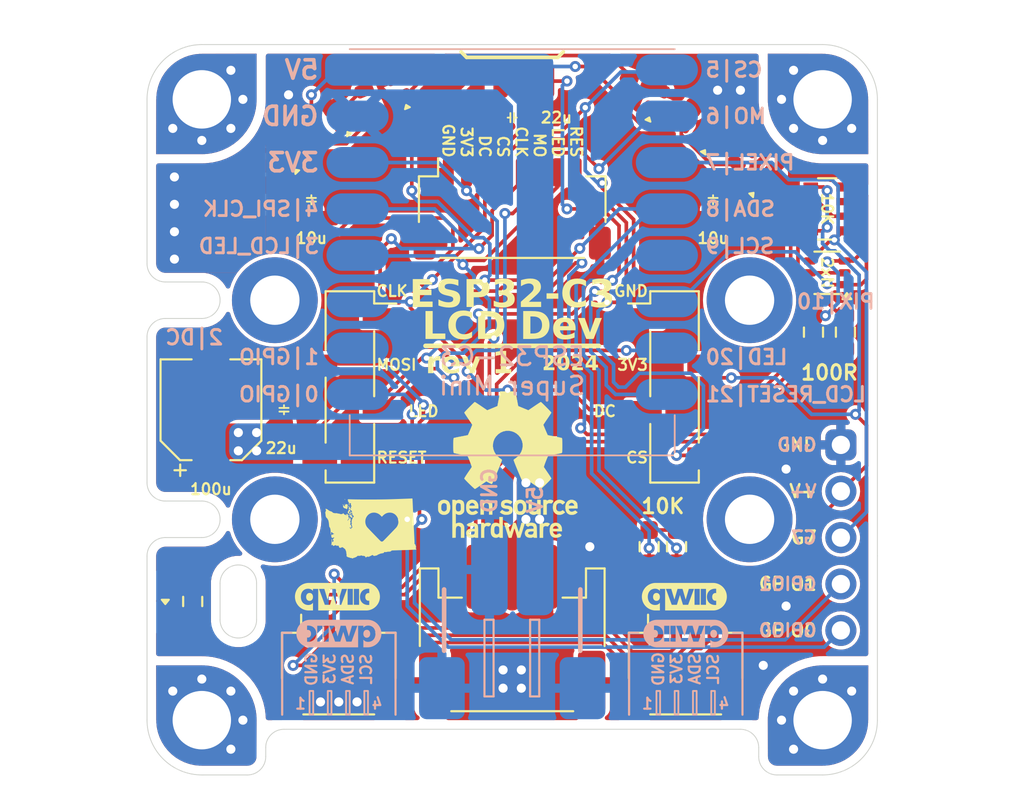
<source format=kicad_pcb>
(kicad_pcb (version 20240108) (generator "pcbnew") (generator_version "8.0")
  (layers (0 "F.Cu" signal) (31 "B.Cu" signal) (34 "B.Paste" user) (35 "F.Paste" user) (36 "B.SilkS" user "B.Silkscreen") (37 "F.SilkS" user "F.Silkscreen") (38 "B.Mask" user) (39 "F.Mask" user) (44 "Edge.Cuts" user))
  (net 0 "")
  (net 1 "GND")
  (net 2 "SDA")
  (net 3 "+3V3")
  (net 4 "SCL")
  (net 5 "NEOPIXEL_1_DATA_5V")
  (net 6 "STATUS_LED")
  (net 7 "SPI_MOSI")
  (net 8 "LCD_DC")
  (net 9 "NEOPIXEL_1_DATA_3V3")
  (net 10 "+5V")
  (net 11 "SPI_CLK")
  (net 12 "NEOPIXEL_2_DATA_3V3")
  (net 13 "NEOPIXEL_2_DATA_5V")
  (net 14 "LCD_BACKLIGHT")
  (net 15 "LCD_RESET")
  (net 16 "LCD_CS")
  (net 17 "ENC_DT")
  (net 18 "ENC_CLK")
  (net 19 "Net-(LED1-A)")
  (net 20 "Net-(LED2-DOUT)")
  (net 21 "Net-(LED3-DOUT)")
  (net 22 "Net-(LED4-DOUT)")
  (net 23 "Net-(LED5-DOUT)")
  (net 24 "Net-(LED6-DOUT)")
  (net 26 "/NP1_5V")
  (net 27 "/NP2_5V")
  (footprint "MountingHole:MountingHole_2.7mm_M2.5_DIN965_Pad" (layer "F.Cu") (at 113 64)
    (property "Reference" "REF**" (hide yes))
    (property "Value" "MountingHole_2.7mm_M2.5_DIN965_Pad")
  )
  (footprint "discrete:C_0603_1608Metric_Pad1.08x0.95mm_HandSolder" (layer "F.Cu") (at 111 58.5 -90)
    (property "Reference" "C7" (hide yes))
    (property "Value" "10u")
  )
  (footprint "discrete:LED_WS2812B-2020_PLCC4_2.0x2.0mm_HandSolder" (layer "F.Cu") (at 92.945172 52.669914 -158)
    (property "Reference" "LED4" (hide yes))
    (property "Value" "WS2812B-2020")
  )
  (footprint "connector:STEMMA-Signal-SMD-horizontal" (layer "F.Cu") (at 100 82)
    (property "Reference" "J4" (hide yes))
    (property "Value" "STEMMA-Signal")
  )
  (footprint "Connector_PinSocket_2.54mm:PinSocket_1x04_P2.54mm_Vertical_SMD_Pin1Left" (layer "F.Cu") (at 108.89 68.75)
    (property "Reference" "J8" (hide yes))
    (property "Value" "Pin headers")
  )
  (footprint "discrete:LED_WS2812B-2020_PLCC4_2.0x2.0mm_HandSolder" (layer "F.Cu") (at 107.054828 52.669914 158)
    (property "Reference" "LED5" (hide yes))
    (property "Value" "WS2812B-2020")
  )
  (footprint "mechanical:MountingHole_3.2mm_M3_Pad_Via_corner_compact" (layer "F.Cu") (at 117 53 180)
    (property "Reference" "REF**" (hide yes))
    (property "Value" "MountingHole_3.2mm_M3_Pad_Via_corner_compact" (hide yes))
  )
  (footprint "discrete:C_0603_1608Metric_Pad1.08x0.95mm_HandSolder" (layer "F.Cu") (at 100 54 180)
    (property "Reference" "C3" (hide yes))
    (property "Value" "22u")
  )
  (footprint "discrete:C_0603_1608Metric_Pad1.08x0.95mm_HandSolder" (layer "F.Cu") (at 89 58.5 -90)
    (property "Reference" "C6" (hide yes))
    (property "Value" "10u")
  )
  (footprint "Capacitor_SMD:CP_Elec_5x5.4" (layer "F.Cu") (at 83.5 70 90)
    (property "Reference" "C1" (hide yes))
    (property "Value" "100u")
  )
  (footprint "Resistor_SMD:R_Array_Convex_4x0603" (layer "F.Cu") (at 117.25 59 180)
    (property "Reference" "RN2" (hide yes))
    (property "Value" "10K")
  )
  (footprint "connector:Qwiic-SMD-horizontal-logo-bottom-pinout" (layer "F.Cu") (at 90.5 84)
    (property "Reference" "J2" (hide yes))
    (property "Value" "Qwiic")
  )
  (footprint "custom:LED_0603_1608Metric_Pad1.05x0.95mm_HandSolder_simple" (layer "F.Cu") (at 81 80.5 90)
    (property "Reference" "LED1" (hide yes))
    (property "Value" "LED_Small")
  )
  (footprint "graphics:wa-state-heart-5mm" (layer "F.Cu") (at 92.25 76.5)
    (property "Reference" "G***" (hide yes))
    (property "Value" "LOGO" (hide yes))
  )
  (footprint "discrete:LED_WS2812B-2020_PLCC4_2.0x2.0mm_HandSolder" (layer "F.Cu") (at 86.704162 56.722873 -136)
    (property "Reference" "LED2" (hide yes))
    (property "Value" "WS2812B-2020")
  )
  (footprint "discrete:LED_WS2812B-2020_PLCC4_2.0x2.0mm_HandSolder" (layer "F.Cu") (at 110.370461 54.395923 147)
    (property "Reference" "LED6" (hide yes))
    (property "Value" "WS2812B-2020")
  )
  (footprint "connector:Qwiic-SMD-horizontal-logo-bottom-pinout" (layer "F.Cu") (at 109.5 84)
    (property "Reference" "J3" (hide yes))
    (property "Value" "Qwiic")
  )
  (footprint "Resistor_SMD:R_0603_1608Metric_Pad0.98x0.95mm_HandSolder" (layer "F.Cu") (at 82.5 80.5 -90)
    (property "Reference" "R1" (hide yes))
    (property "Value" "10K")
  )
  (footprint "Resistor_SMD:R_0603_1608Metric_Pad0.98x0.95mm_HandSolder" (layer "F.Cu") (at 109 77.5 90)
    (property "Reference" "R5" (hide yes))
    (property "Value" "10K")
  )
  (footprint "MountingHole:MountingHole_2.7mm_M2.5_DIN965_Pad" (layer "F.Cu") (at 87 76)
    (property "Reference" "REF**" (hide yes))
    (property "Value" "MountingHole_2.7mm_M2.5_DIN965_Pad")
  )
  (footprint "mechanical:MountingHole_3.2mm_M3_Pad_Via_corner_NW-curve_compact" (layer "F.Cu") (at 117 87 90)
    (property "Reference" "REF**" (hide yes))
    (property "Value" "MountingHole_3.2mm_M3_Pad_Via_corner_NW-curve_compact" (hide yes))
  )
  (footprint "discrete:LED_WS2812B-2020_PLCC4_2.0x2.0mm_HandSolder" (layer "F.Cu") (at 113.295838 56.722873 136)
    (property "Reference" "LED7" (hide yes))
    (property "Value" "WS2812B-2020")
  )
  (footprint "discrete:C_0603_1608Metric_Pad1.08x0.95mm_HandSolder" (layer "F.Cu") (at 87.5 70 90)
    (property "Reference" "C2" (hide yes))
    (property "Value" "22u")
  )
  (footprint "discrete:LED_WS2812B-2020_PLCC4_2.0x2.0mm_HandSolder" (layer "F.Cu") (at 89.629539 54.395923 -147)
    (property "Reference" "LED3" (hide yes))
    (property "Value" "WS2812B-2020")
  )
  (footprint "Resistor_SMD:R_0603_1608Metric_Pad0.98x0.95mm_HandSolder" (layer "F.Cu") (at 118.25 65.75 -90)
    (property "Reference" "R3" (hide yes))
    (property "Value" "100R")
  )
  (footprint "mechanical:MountingHole_3.2mm_M3_Pad_Via_corner_compact" (layer "F.Cu") (at 83 53 -90)
    (property "Reference" "REF**" (hide yes))
    (property "Value" "MountingHole_3.2mm_M3_Pad_Via_corner_compact" (hide yes))
  )
  (footprint "Package_TO_SOT_SMD:SOT-363_SC-70-6" (layer "F.Cu") (at 117.25 62.5 180)
    (property "Reference" "Q1" (hide yes))
    (property "Value" "2N7002DW")
  )
  (footprint "Resistor_SMD:R_0603_1608Metric_Pad0.98x0.95mm_HandSolder" (layer "F.Cu") (at 107.5 77.5 90)
    (property "Reference" "R4" (hide yes))
    (property "Value" "10K")
  )
  (footprint "Connector_PinSocket_2.54mm:PinSocket_1x04_P2.54mm_Vertical_SMD_Pin1Right" (layer "F.Cu") (at 91.11 68.75)
    (property "Reference" "J7" (hide yes))
    (property "Value" "Pin headers")
  )
  (footprint "MountingHole:MountingHole_2.7mm_M2.5_DIN965_Pad" (layer "F.Cu") (at 113 76)
    (property "Reference" "REF**" (hide yes))
    (property "Value" "MountingHole_2.7mm_M2.5_DIN965_Pad")
  )
  (footprint "discrete:Sensor_VEML7700-TR" (layer "F.Cu") (at 100 52)
    (property "Reference" "U1" (hide yes))
    (property "Value" "VEML7700")
  )
  (footprint "MountingHole:MountingHole_2.7mm_M2.5_DIN965_Pad" (layer "F.Cu") (at 87 64)
    (property "Reference" "REF**" (hide yes))
    (property "Value" "MountingHole_2.7mm_M2.5_DIN965_Pad")
  )
  (footprint "Symbol:OSHW-Logo_7.5x8mm_SilkScreen" (layer "F.Cu") (at 99.75 73)
    (property "Reference" "REF**" (hide yes))
    (property "Value" "OSHW-Logo_7.5x8mm_SilkScreen" (hide yes))
  )
  (footprint "Resistor_SMD:R_0603_1608Metric_Pad0.98x0.95mm_HandSolder" (layer "F.Cu") (at 116.5 65.75 90)
    (property "Reference" "R2" (hide yes))
    (property "Value" "100R")
  )
  (footprint "mechanical:MountingHole_3.2mm_M3_Pad_Via_corner_SE-curve_compact" (layer "F.Cu") (at 83 87)
    (property "Reference" "REF**" (hide yes))
    (property "Value" "MountingHole_3.2mm_M3_Pad_Via_corner_SE-curve_compact" (hide yes))
  )
  (footprint "connector:JST_SH_SM08B-SRSS-TB_1x08-1MP_P1.00mm_Horizontal" (layer "F.Cu") (at 100 59)
    (property "Reference" "J5")
    (property "Value" "JST SH")
  )
  (footprint "module:ESP32-C3-Super-Mini-Castellated-SMD-only" (layer "B.Cu") (at 100 59 180)
    (property "Reference" "SM1" (hide yes))
    (property "Value" "~")
  )
  (footprint "custom:PinHeader_1x05_P2.54mm_Vertical_simple_pad1gnd" (layer "B.Cu") (at 118 71.925 180)
    (property "Reference" "J6" (hide yes))
    (property "Value" "Pin headers")
  )
  (footprint "custom:Conn_Combo_JST-1x02-XH_PH-SMD-pad2gnd" (layer "B.Cu") (at 100 79.5 180)
    (property "Reference" "J1" (hide yes))
    (property "Value" "JST XH/PH")
  )
  (gr_line (start 95.25 66.5) (end 104.75 66.5) (stroke (width 0.25)) (layer "F.SilkS"))
  (gr_line (start 80 74) (end 80 66) (stroke (width 0.05)) (layer "Edge.Cuts"))
  (gr_line (start 117 50) (end 83 50) (stroke (width 0.05)) (layer "Edge.Cuts"))
  (gr_line (start 120 78) (end 120 53) (stroke (width 0.05)) (layer "Edge.Cuts"))
  (gr_arc (start 81 75) (mid 80.292893 74.707107) (end 80 74) (stroke (width 0.05)) (layer "Edge.Cuts"))
  (gr_arc (start 83 75) (mid 84 76) (end 83 77) (stroke (width 0.05)) (layer "Edge.Cuts"))
  (gr_line (start 113.5 89) (end 113.5 88.5) (stroke (width 0.05)) (layer "Edge.Cuts"))
  (gr_arc (start 80 66) (mid 80.292893 65.292893) (end 81 65) (stroke (width 0.05)) (layer "Edge.Cuts"))
  (gr_line (start 112.5 87.5) (end 87.5 87.5) (stroke (width 0.05)) (layer "Edge.Cuts"))
  (gr_arc (start 86.5 89) (mid 86.207107 89.707107) (end 85.5 90) (stroke (width 0.05)) (layer "Edge.Cuts"))
  (gr_arc (start 112.5 87.5) (mid 113.207107 87.792893) (end 113.5 88.5) (stroke (width 0.05)) (layer "Edge.Cuts"))
  (gr_line (start 86.5 89) (end 86.5 88.5) (stroke (width 0.05)) (layer "Edge.Cuts"))
  (gr_arc (start 86.5 88.5) (mid 86.792893 87.792893) (end 87.5 87.5) (stroke (width 0.05)) (layer "Edge.Cuts"))
  (gr_arc (start 83 63) (mid 84 64) (end 83 65) (stroke (width 0.05)) (layer "Edge.Cuts"))
  (gr_line (start 86 79.5) (end 86 81.5) (stroke (width 0.05)) (layer "Edge.Cuts"))
  (gr_line (start 80 78) (end 80 87) (stroke (width 0.05)) (layer "Edge.Cuts"))
  (gr_arc (start 114.5 90) (mid 113.792893 89.707107) (end 113.5 89) (stroke (width 0.05)) (layer "Edge.Cuts"))
  (gr_line (start 83 63) (end 81 63) (stroke (width 0.05)) (layer "Edge.Cuts"))
  (gr_arc (start 80 78) (mid 80.292893 77.292893) (end 81 77) (stroke (width 0.05)) (layer "Edge.Cuts"))
  (gr_line (start 83 65) (end 81 65) (stroke (width 0.05)) (layer "Edge.Cuts"))
  (gr_arc (start 84 79.5) (mid 85 78.5) (end 86 79.5) (stroke (width 0.05)) (layer "Edge.Cuts"))
  (gr_arc (start 117 50) (mid 119.12132 50.87868) (end 120 53) (stroke (width 0.05)) (layer "Edge.Cuts"))
  (gr_arc (start 83 90) (mid 80.87868 89.12132) (end 80 87) (stroke (width 0.05)) (layer "Edge.Cuts"))
  (gr_arc (start 86 81.5) (mid 85 82.5) (end 84 81.5) (stroke (width 0.05)) (layer "Edge.Cuts"))
  (gr_arc (start 120 87) (mid 119.12132 89.12132) (end 117 90) (stroke (width 0.05)) (layer "Edge.Cuts"))
  (gr_arc (start 81 63) (mid 80.292893 62.707107) (end 80 62) (stroke (width 0.05)) (layer "Edge.Cuts"))
  (gr_line (start 84 81.5) (end 84 79.5) (stroke (width 0.05)) (layer "Edge.Cuts"))
  (gr_line (start 80 53) (end 80 62) (stroke (width 0.05)) (layer "Edge.Cuts"))
  (gr_arc (start 80 53) (mid 80.87868 50.87868) (end 83 50) (stroke (width 0.05)) (layer "Edge.Cuts"))
  (gr_line (start 85.5 90) (end 83 90) (stroke (width 0.05)) (layer "Edge.Cuts"))
  (gr_line (start 120 78) (end 120 87) (stroke (width 0.05)) (layer "Edge.Cuts"))
  (gr_line (start 83 77) (end 81 77) (stroke (width 0.05)) (layer "Edge.Cuts"))
  (gr_line (start 114.5 90) (end 117 90) (stroke (width 0.05)) (layer "Edge.Cuts"))
  (gr_line (start 83 75) (end 81 75) (stroke (width 0.05)) (layer "Edge.Cuts"))
  (gr_text "SDA|8" (at 110.5 59 0) (layer "B.SilkS") (effects (font (size 0.8 0.8) (thickness 0.16) (bold yes)) (justify right mirror)))
  (gr_text "3|LCD_LED" (at 89.5 61.04 0) (layer "B.SilkS") (effects (font (size 0.8 0.8) (thickness 0.16) (bold yes)) (justify left mirror)))
  (gr_text "0|GPIO" (at 89.5 69.16 0) (layer "B.SilkS") (effects (font (size 0.8 0.8) (thickness 0.16) (bold yes)) (justify left mirror)))
  (gr_text "2|DC" (at 84.25 66.04 0) (layer "B.SilkS") (effects (font (size 0.8 0.8) (thickness 0.16) (bold yes)) (justify left mirror)))
  (gr_text "GND" (at 98.75 75.75 90) (layer "B.SilkS") (effects (font (size 0.8 0.8) (thickness 0.16) (bold yes)) (justify right mirror)))
  (gr_text "LED|20" (at 110.5 67.12 0) (layer "B.SilkS") (effects (font (size 0.8 0.8) (thickness 0.16) (bold yes)) (justify right mirror)))
  (gr_text "LCD_RESET|21" (at 110.5 69.16 0) (layer "B.SilkS") (effects (font (size 0.8 0.8) (thickness 0.16) (bold yes)) (justify right mirror)))
  (gr_text "GPIO0" (at 116.75 82.085 0) (layer "B.SilkS") (effects (font (size 0.7 0.7) (thickness 0.14) (bold yes)) (justify left mirror)))
  (gr_text "3V3" (at 89.5 56.46 0) (layer "B.SilkS") (effects (font (size 1 1) (thickness 0.2) (bold yes)) (justify left mirror)))
  (gr_text "CS|5" (at 110.5 51.38 0) (layer "B.SilkS") (effects (font (size 0.8 0.8) (thickness 0.16) (bold yes)) (justify right mirror)))
  (gr_text "GND" (at 89.5 53.92 0) (layer "B.SilkS") (effects (font (size 1 1) (thickness 0.2) (bold yes)) (justify left mirror)))
  (gr_text "V+" (at 116.75 74.465 0) (layer "B.SilkS") (effects (font (size 0.7 0.7) (thickness 0.14) (bold yes)) (justify left mirror)))
  (gr_text "GND" (at 116.75 71.925 0) (layer "B.SilkS") (effects (font (size 0.7 0.7) (thickness 0.14) (bold yes)) (justify left mirror)))
  (gr_text "MO|6" (at 110.5 53.92 0) (layer "B.SilkS") (effects (font (size 0.8 0.8) (thickness 0.16) (bold yes)) (justify right mirror)))
  (gr_text "4|SPI_CLK" (at 89.5 59 0) (layer "B.SilkS") (effects (font (size 0.8 0.8) (thickness 0.16) (bold yes)) (justify left mirror)))
  (gr_text "G7" (at 116.75 77.005 0) (layer "B.SilkS") (effects (font (size 0.7 0.7) (thickness 0.14) (bold yes)) (justify left mirror)))
  (gr_text "PIX|10" (at 115.5 64.08 0) (layer "B.SilkS") (effects (font (size 0.8 0.8) (thickness 0.16) (bold yes)) (justify right mirror)))
  (gr_text "1|GPIO" (at 89.5 67.12 0) (layer "B.SilkS") (effects (font (size 0.8 0.8) (thickness 0.16) (bold yes)) (justify left mirror)))
  (gr_text "PIXEL|7" (at 110.5 56.46 0) (layer "B.SilkS") (effects (font (size 0.8 0.8) (thickness 0.16) (bold yes)) (justify right mirror)))
  (gr_text "5V" (at 101.25 75.75 90) (layer "B.SilkS") (effects (font (size 0.8 0.8) (thickness 0.16) (bold yes)) (justify right mirror)))
  (gr_text "5V" (at 89.5 51.38 0) (layer "B.SilkS") (effects (font (size 1 1) (thickness 0.2) (bold yes)) (justify left mirror)))
  (gr_text "SCL|9" (at 110.5 61.04 0) (layer "B.SilkS") (effects (font (size 0.8 0.8) (thickness 0.16) (bold yes)) (justify right mirror)))
  (gr_text "GPIO1" (at 116.75 79.545 0) (layer "B.SilkS") (effects (font (size 0.7 0.7) (thickness 0.14) (bold yes)) (justify left mirror)))
  (gr_text "GPIO0" (at 116.75 82.08 0) (layer "F.SilkS") (effects (font (size 0.7 0.7) (thickness 0.14) (bold yes)) (justify right)))
  (gr_text "10K" (at 117.25 59 -90) (layer "F.SilkS") (effects (font (size 0.6 0.6) (thickness 0.12) (bold yes))))
  (gr_text "CLK" (at 92.5 63.5 0) (layer "F.SilkS") (effects (font (size 0.6 0.6) (thickness 0.12) (bold yes)) (justify left)))
  (gr_text "10K" (at 108.25 75.75 0) (layer "F.SilkS") (effects (font (size 0.8 0.8) (thickness 0.16) (bold yes)) (justify bottom)))
  (gr_text "22u" (at 101.5 54 0) (layer "F.SilkS") (effects (font (size 0.6 0.6) (thickness 0.12) (bold yes)) (justify left)))
  (gr_text "10u" (at 111 60.25 0) (layer "F.SilkS") (effects (font (size 0.6 0.6) (thickness 0.12) (bold yes)) (justify top)))
  (gr_text "100u" (at 83.5 74 0) (layer "F.SilkS") (effects (font (size 0.6 0.6) (thickness 0.12) (bold yes)) (justify top)))
  (gr_text "CS" (at 107.5 72.62 0) (layer "F.SilkS") (effects (font (size 0.6 0.6) (thickness 0.12) (bold yes)) (justify right)))
  (gr_text "CS" (at 99.5 56.25 -90) (layer "F.SilkS") (effects (font (size 0.6 0.6) (thickness 0.12) (bold yes)) (justify right)))
  (gr_text "22u" (at 87.35 71.75 0) (layer "F.SilkS") (effects (font (size 0.6 0.6) (thickness 0.12) (bold yes)) (justify top)))
  (gr_text "CLK" (at 100.5 56.25 -90) (layer "F.SilkS") (effects (font (size 0.6 0.6) (thickness 0.12) (bold yes)) (justify right)))
  (gr_text "DC" (at 98.5 56.25 -90) (layer "F.SilkS") (effects (font (size 0.6 0.6) (thickness 0.12) (bold yes)) (justify right)))
  (gr_text "GND" (at 107.5 63.5 0) (layer "F.SilkS") (effects (font (size 0.6 0.6) (thickness 0.12) (bold yes)) (justify right)))
  (gr_text "LCD Dev" (at 100 65.5 0) (layer "F.SilkS") (effects (font (size 1.5 1.5) (thickness 0.3) (bold yes))))
  (gr_text "LED" (at 102.5 56.25 -90) (layer "F.SilkS") (effects (font (size 0.6 0.6) (thickness 0.12) (bold yes)) (justify right)))
  (gr_text "ESP32-C3" (at 100 63.75 0) (layer "F.SilkS") (effects (font (size 1.5 1.5) (thickness 0.3) (bold yes))))
  (gr_text "GPIO1" (at 116.75 79.54 0) (layer "F.SilkS") (effects (font (size 0.7 0.7) (thickness 0.14) (bold yes)) (justify right)))
  (gr_text "3V3" (at 97.5 56.25 -90) (layer "F.SilkS") (effects (font (size 0.6 0.6) (thickness 0.12) (bold yes)) (justify right)))
  (gr_text "MO" (at 101.5 56.25 -90) (layer "F.SilkS") (effects (font (size 0.6 0.6) (thickness 0.12) (bold yes)) (justify right)))
  (gr_text "V+" (at 116.75 74.46 0) (layer "F.SilkS") (effects (font (size 0.7 0.7) (thickness 0.14) (bold yes)) (justify right)))
  (gr_text "DC" (at 105.75 70.08 0) (layer "F.SilkS") (effects (font (size 0.6 0.6) (thickness 0.12) (bold yes)) (justify right)))
  (gr_text "RES" (at 103.5 56.25 -90) (layer "F.SilkS") (effects (font (size 0.6 0.6) (thickness 0.12) (bold yes)) (justify right)))
  (gr_text "rev 1" (at 95.25 67.5 -0) (layer "F.SilkS") (effects (font (size 1.2 1.2) (thickness 0.24) (bold yes)) (justify left)))
  (gr_text "GND" (at 96.5 56.25 -90) (layer "F.SilkS") (effects (font (size 0.6 0.6) (thickness 0.12) (bold yes)) (justify right)))
  (gr_text "2024" (at 104.75 67.5 -0) (layer "F.SilkS") (effects (font (size 0.8 0.8) (thickness 0.24) (bold yes)) (justify right)))
  (gr_text "LED" (at 94.25 70.08 0) (layer "F.SilkS") (effects (font (size 0.6 0.6) (thickness 0.12) (bold yes)) (justify left)))
  (gr_text "2xN" (at 117.25 62.5 -90) (layer "F.SilkS") (effects (font (size 0.6 0.6) (thickness 0.12) (bold yes))))
  (gr_text "10u" (at 89 60.25 0) (layer "F.SilkS") (effects (font (size 0.6 0.6) (thickness 0.12) (bold yes)) (justify top)))
  (gr_text "GND" (at 116.75 71.92 0) (layer "F.SilkS") (effects (font (size 0.7 0.7) (thickness 0.14) (bold yes)) (justify right)))
  (gr_text "RESET" (at 92.5 72.62 0) (layer "F.SilkS") (effects (font (size 0.6 0.6) (thickness 0.12) (bold yes)) (justify left)))
  (gr_text "3V3" (at 107.5 67.54 0) (layer "F.SilkS") (effects (font (size 0.6 0.6) (thickness 0.12) (bold yes)) (justify right)))
  (gr_text "G7" (at 116.75 77 0) (layer "F.SilkS") (effects (font (size 0.7 0.7) (thickness 0.14) (bold yes)) (justify right)))
  (gr_text "100R" (at 117.375 67.5 0) (layer "F.SilkS") (effects (font (size 0.8 0.8) (thickness 0.16) (bold yes)) (justify top)))
  (gr_text "MOSI" (at 92.5 67.54 0) (layer "F.SilkS") (effects (font (size 0.6 0.6) (thickness 0.12) (bold yes)) (justify left)))
  (segment (start 99.37 53.7675) (end 99.1375 54) (width 0.2) (layer "F.Cu") (net 1))
  (segment (start 99.37 52) (end 99.37 53.7675) (width 0.2) (layer "F.Cu") (net 1))
  (segment (start 86.900041 55.63011) (end 86.900041 56.599959) (width 0.2) (layer "F.Cu") (net 1))
  (segment (start 86.900041 56.599959) (end 86.75 56.75) (width 0.2) (layer "F.Cu") (net 1))
  (via (at 115 80.75) (size 1) (drill 0.5) (layers "F.Cu" "B.Cu") (net 1))
  (via (at 91.5 86) (size 1) (drill 0.5) (layers "F.Cu" "B.Cu") (net 1))
  (via (at 99.5 84.25) (size 1) (drill 0.5) (layers "F.Cu" "B.Cu") (net 1))
  (via (at 99.5 85.25) (size 1) (drill 0.5) (layers "F.Cu" "B.Cu") (net 1))
  (via (at 87.75 52.75) (size 1) (drill 0.5) (layers "F.Cu" "B.Cu") (net 1))
  (via (at 100.5 85.25) (size 1) (drill 0.5) (layers "F.Cu" "B.Cu") (net 1))
  (via (at 81.5 61.75) (size 1) (drill 0.5) (layers "F.Cu" "B.Cu") (net 1))
  (via (at 81.5 60.25) (size 1) (drill 0.5) (layers "F.Cu" "B.Cu") (net 1))
  (via (at 104.25 77.5) (size 1) (drill 0.5) (layers "F.Cu" "B.Cu") (net 1))
  (via (at 115 73.25) (size 1) (drill 0.5) (layers "F.Cu" "B.Cu") (net 1))
  (via (at 90.5 86) (size 1) (drill 0.5) (layers "F.Cu" "B.Cu") (net 1))
  (via (at 81.5 57.25) (size 1) (drill 0.5) (layers "F.Cu" "B.Cu") (net 1))
  (via (at 111.25 52.5) (size 1) (drill 0.5) (layers "F.Cu" "B.Cu") (net 1))
  (via (at 113.75 84) (size 1) (drill 0.5) (layers "F.Cu" "B.Cu") (net 1))
  (via (at 100.5 84.25) (size 1) (drill 0.5) (layers "F.Cu" "B.Cu") (net 1))
  (via (at 89.5 86) (size 1) (drill 0.5) (layers "F.Cu" "B.Cu") (net 1))
  (via (at 112.5 52.5) (size 1) (drill 0.5) (layers "F.Cu" "B.Cu") (net 1))
  (via (at 81.5 58.75) (size 1) (drill 0.5) (layers "F.Cu" "B.Cu") (net 1))
  (segment (start 107.5 78.4125) (end 107.5 77.575313) (width 0.2) (layer "F.Cu") (net 2))
  (segment (start 110 82.5) (end 108.85 83.65) (width 0.2) (layer "F.Cu") (net 2))
  (segment (start 93.765552 82.35) (end 92.340552 80.925) (width 0.2) (layer "F.Cu") (net 2))
  (segment (start 92.340552 80.925) (end 91.075 80.925) (width 0.2) (layer "F.Cu") (net 2))
  (segment (start 110 80.9125) (end 110 82) (width 0.2) (layer "F.Cu") (net 2))
  (segment (start 107.5 78.4125) (end 110 80.9125) (width 0.2) (layer "F.Cu") (net 2))
  (segment (start 106.250429 83.5) (end 105.100429 82.35) (width 0.2) (layer "F.Cu") (net 2))
  (segment (start 94.5 55.59) (end 98.09 52) (width 0.2) (layer "F.Cu") (net 2))
  (segment (start 107.5 77.575313) (end 107.500313 77.575) (width 0.2) (layer "F.Cu") (net 2))
  (segment (start 110 82) (end 110 82.5) (width 0.2) (layer "F.Cu") (net 2))
  (segment (start 91.075 80.925) (end 91 81) (width 0.2) (layer "F.Cu") (net 2))
  (segment (start 94.5 58) (end 94.5 55.59) (width 0.2) (layer "F.Cu") (net 2))
  (segment (start 108.85 83.65) (end 106.40043 83.65) (width 0.2) (layer "F.Cu") (net 2))
  (segment (start 91 81) (end 91 82) (width 0.2) (layer "F.Cu") (net 2))
  (segment (start 98.5 62.9) (end 101.960327 62.9) (width 0.2) (layer "F.Cu") (net 2))
  (segment (start 106.40043 83.65) (end 106.250429 83.5) (width 0.2) (layer "F.Cu") (net 2))
  (segment (start 101.960327 62.9) (end 103.7 61.160327) (width 0.2) (layer "F.Cu") (net 2))
  (segment (start 105.100429 82.35) (end 93.765552 82.35) (width 0.2) (layer "F.Cu") (net 2))
  (via (at 107.500313 77.575) (size 0.6) (drill 0.3) (layers "F.Cu" "B.Cu") (net 2))
  (via (at 103.7 61.160327) (size 0.6) (drill 0.3) (layers "F.Cu" "B.Cu") (net 2))
  (via (at 98.5 62.9) (size 0.6) (drill 0.3) (layers "F.Cu" "B.Cu") (net 2))
  (via (at 94.5 58) (size 0.6) (drill 0.3) (layers "F.Cu" "B.Cu") (net 2))
  (segment (start 103.5 67.164215) (end 103.5 63.12) (width 0.2) (layer "B.Cu") (net 2))
  (segment (start 94.5 58.25) (end 94.5 58) (width 0.2) (layer "B.Cu") (net 2))
  (segment (start 105.860327 59) (end 107.62 59) (width 0.2) (layer "B.Cu") (net 2))
  (segment (start 104.35 68.014215) (end 103.5 67.164215) (width 0.2) (layer "B.Cu") (net 2))
  (segment (start 104.35 73.490373) (end 104.35 68.014215) (width 0.2) (layer "B.Cu") (net 2))
  (segment (start 97.889951 60.574265) (end 95.915686 58.6) (width 0.2) (layer "B.Cu") (net 2))
  (segment (start 98.774265 60.925736) (end 98.422794 60.574265) (width 0.2) (layer "B.Cu") (net 2))
  (segment (start 98.5 62.9) (end 98.774265 62.625735) (width 0.2) (layer "B.Cu") (net 2))
  (segment (start 98.422794 60.574265) (end 97.889951 60.574265) (width 0.2) (layer "B.Cu") (net 2))
  (segment (start 103.7 61.160327) (end 105.860327 59) (width 0.2) (layer "B.Cu") (net 2))
  (segment (start 94.85 58.6) (end 94.5 58.25) (width 0.2) (layer "B.Cu") (net 2))
  (segment (start 107.500313 76.640686) (end 104.35 73.490373) (width 0.2) (layer "B.Cu") (net 2))
  (segment (start 107.500313 77.575) (end 107.500313 76.640686) (width 0.2) (layer "B.Cu") (net 2))
  (segment (start 95.915686 58.6) (end 94.85 58.6) (width 0.2) (layer "B.Cu") (net 2))
  (segment (start 103.5 63.12) (end 107.62 59) (width 0.2) (layer "B.Cu") (net 2))
  (segment (start 98.774265 62.625735) (end 98.774265 60.925736) (width 0.2) (layer "B.Cu") (net 2))
  (segment (start 100.8625 54.296815) (end 100.8625 54) (width 0.2) (layer "F.Cu") (net 3))
  (segment (start 108.684314 83.25) (end 106.566115 83.25) (width 0.2) (layer "F.Cu") (net 3))
  (segment (start 97.5 56.584448) (end 98.159448 55.925) (width 0.2) (layer "F.Cu") (net 3))
  (segment (start 115.65 62.174999) (end 115.975001 62.5) (width 0.2) (layer "F.Cu") (net 3))
  (segment (start 90 82.5) (end 90 82) (width 0.2) (layer "F.Cu") (net 3))
  (segment (start 90 81.434315) (end 90 82) (width 0.2) (layer "F.Cu") (net 3))
  (segment (start 88 84) (end 88.5 84) (width 0.2) (layer "F.Cu") (net 3))
  (segment (start 116.35 60.2) (end 115.8 60.2) (width 0.2) (layer "F.Cu") (net 3))
  (segment (start 93.931237 81.95) (end 92.765685 80.784448) (width 0.2) (layer "F.Cu") (net 3))
  (segment (start 98.75 66.325735) (end 98.75 72.434314) (width 0.2) (layer "F.Cu") (net 3))
  (segment (start 100.63 52) (end 100.63 53.7675) (width 0.2) (layer "F.Cu") (net 3))
  (segment (start 117.25 58) (end 117.05 57.8) (width 0.2) (layer "F.Cu") (net 3))
  (segment (start 114.1 78.65) (end 118 74.75) (width 0.2) (layer "F.Cu") (net 3))
  (segment (start 109 76.5875) (end 109.8375 76.5875) (width 0.2) (layer "F.Cu") (net 3))
  (segment (start 90.675 80.759315) (end 90 81.434315) (width 0.2) (layer "F.Cu") (net 3))
  (segment (start 115.8 60.2) (end 115.65 60.35) (width 0.2) (layer "F.Cu") (net 3))
  (segment (start 97.2 73.984314) (end 97.2 76.484314) (width 0.2) (layer "F.Cu") (net 3))
  (segment (start 118 74.465) (end 119.4 73.065) (width 0.2) (layer "F.Cu") (net 3))
  (segment (start 100.63 53.7675) (end 100.8625 54) (width 0.2) (layer "F.Cu") (net 3))
  (segment (start 119.4 70.85) (end 118.8 70.25) (width 0.2) (layer "F.Cu") (net 3))
  (segment (start 93.959314 79.725) (end 90.975 79.725) (width 0.2) (layer "F.Cu") (net 3))
  (segment (start 116.35 60.2) (end 117.05 60.2) (width 0.2) (layer "F.Cu") (net 3))
  (segment (start 99 66.075735) (end 98.75 66.325735) (width 0.2) (layer "F.Cu") (net 3))
  (segment (start 115.975001 62.5) (end 116.3 62.5) (width 0.2) (layer "F.Cu") (net 3))
  (segment (start 97.5 58) (end 97.5 57) (width 0.2) (layer "F.Cu") (net 3))
  (segment (start 98.159448 55.925) (end 99.234315 55.925) (width 0.2) (layer "F.Cu") (net 3))
  (segment (start 119.4 73.065) (end 119.4 70.85) (width 0.2) (layer "F.Cu") (net 3))
  (segment (start 111.315 68.25) (end 110.545 67.48) (width 0.2) (layer "F.Cu") (net 3))
  (segment (start 92.506238 80.525) (end 90.909314 80.525) (width 0.2) (layer "F.Cu") (net 3))
  (segment (start 106.725 77.3625) (end 107.5 76.5875) (width 0.2) (layer "F.Cu") (net 3))
  (segment (start 90.975 79.725) (end 90.25 79) (width 0.2) (layer "F.Cu") (net 3))
  (segment (start 118.2 62.5) (end 116.3 62.5) (width 0.2) (layer "F.Cu") (net 3))
  (segment (start 97.2 76.484314) (end 93.959314 79.725) (width 0.2) (layer "F.Cu") (net 3))
  (segment (start 109.8375 76.5875) (end 111.9 78.65) (width 0.2) (layer "F.Cu") (net 3))
  (segment (start 97.5 57) (end 97.5 56.584448) (width 0.2) (layer "F.Cu") (net 3))
  (segment (start 107.033278 79.2) (end 106.725 78.891722) (width 0.2) (layer "F.Cu") (net 3))
  (segment (start 98.75 72.434314) (end 97.2 73.984314) (width 0.2) (layer "F.Cu") (net 3))
  (segment (start 88.5 84) (end 90 82.5) (width 0.2) (layer "F.Cu") (net 3))
  (segment (start 90.909314 80.525) (end 90.675 80.759315) (width 0.2) (layer "F.Cu") (net 3))
  (segment (start 111.9 78.65) (end 114.1 78.65) (width 0.2) (layer "F.Cu") (net 3))
  (segment (start 106.566115 83.25) (end 105.266115 81.95) (width 0.2) (layer "F.Cu") (net 3))
  (segment (start 92.765685 80.784448) (end 92.506238 80.525) (width 0.2) (layer "F.Cu") (net 3))
  (segment (start 118 74.75) (end 118 74.465) (width 0.2) (layer "F.Cu") (net 3))
  (segment (start 109 82) (end 109 82.934314) (width 0.2) (layer "F.Cu") (net 3))
  (segment (start 117.05 57.8) (end 116.35 57.8) (width 0.2) (layer "F.Cu") (net 3))
  (segment (start 107.5 76.5875) (end 109 76.5875) (width 0.2) (layer "F.Cu") (net 3))
  (segment (start 99.234315 55.925) (end 100.8625 54.296815) (width 0.2) (layer "F.Cu") (net 3))
  (segment (start 105.266115 81.95) (end 93.931237 81.95) (width 0.2) (layer "F.Cu") (net 3))
  (segment (start 112 68.25) (end 111.315 68.25) (width 0.2) (layer "F.Cu") (net 3))
  (segment (start 109 80.478186) (end 107.721814 79.2) (width 0.2) (layer "F.Cu") (net 3))
  (segment (start 109 82) (end 109 80.478186) (width 0.2) (layer "F.Cu") (net 3))
  (segment (start 106.725 78.891722) (end 106.725 77.3625) (width 0.2) (layer "F.Cu") (net 3))
  (segment (start 109 82.934314) (end 108.684314 83.25) (width 0.2) (layer "F.Cu") (net 3))
  (segment (start 115.65 60.35) (end 115.65 62.174999) (width 0.2) (layer "F.Cu") (net 3))
  (segment (start 107.721814 79.2) (end 107.033278 79.2) (width 0.2) (layer "F.Cu") (net 3))
  (segment (start 117.05 60.2) (end 117.25 60) (width 0.2) (layer "F.Cu") (net 3))
  (via (at 112 68.25) (size 0.6) (drill 0.3) (layers "F.Cu" "B.Cu") (net 3))
  (via (at 117.25 60) (size 0.6) (drill 0.3) (layers "F.Cu" "B.Cu") (net 3))
  (via (at 88 84) (size 0.6) (drill 0.3) (layers "F.Cu" "B.Cu") (net 3))
  (via (at 99 66.075735) (size 0.6) (drill 0.3) (layers "F.Cu" "B.Cu") (net 3))
  (via (at 117.25 58) (size 0.6) (drill 0.3) (layers "F.Cu" "B.Cu") (net 3))
  (via (at 97.5 58) (size 0.6) (drill 0.3) (layers "F.Cu" "B.Cu") (net 3))
  (via (at 90.25 79) (size 0.6) (drill 0.3) (layers "F.Cu" "B.Cu") (net 3))
  (via (at 118.8 70.25) (size 0.6) (drill 0.3) (layers "F.Cu" "B.Cu") (net 3))
  (segment (start 116.399997 70.25) (end 118.8 70.25) (width 0.2) (layer "B.Cu") (net 3))
  (segment (start 99.174265 65.90147) (end 99.174265 59.674265) (width 0.2) (layer "B.Cu") (net 3))
  (segment (start 92.38 56.46) (end 91.04 56.46) (width 0.2) (layer "B.Cu") (net 3))
  (segment (start 117.25 60) (end 117.25 58) (width 0.2) (layer "B.Cu") (net 3))
  (segment (start 114.399997 68.25) (end 116.399997 70.25) (width 0.2) (layer "B.Cu") (net 3))
  (segment (start 119 62.61849) (end 118.815755 62.434245) (width 0.2) (layer "B.Cu") (net 3))
  (segment (start 95.96 56.46) (end 97.5 58) (width 0.2) (layer "B.Cu") (net 3))
  (segment (start 90.25 79) (end 90.25 81.75) (width 0.2) (layer "B.Cu") (net 3))
  (segment (start 117 60.25) (end 117.25 60) (width 0.2) (layer "B.Cu") (net 3))
  (segment (start 117.395118 61.296452) (end 117 60.901334) (width 0.2) (layer "B.Cu") (net 3))
  (segment (start 99 66.075735) (end 99.174265 65.90147) (width 0.2) (layer "B.Cu") (net 3))
  (segment (start 118.815755 62.434245) (end 117.677961 61.296452) (width 0.2) (layer "B.Cu") (net 3))
  (segment (start 90.25 81.75) (end 88 84) (width 0.2) (layer "B.Cu") (net 3))
  (segment (start 117 60.901334) (end 117 60.25) (width 0.2) (layer "B.Cu") (net 3))
  (segment (start 118.8 70.25) (end 119 70.05) (width 0.2) (layer "B.Cu") (net 3))
  (segment (start 119 70.05) (end 119 62.61849) (width 0.2) (layer "B.Cu") (net 3))
  (segment (start 112 68.25) (end 114.399997 68.25) (width 0.2) (layer "B.Cu") (net 3))
  (segment (start 92.38 56.46) (end 95.96 56.46) (width 0.2) (layer "B.Cu") (net 3))
  (segment (start 117.677961 61.296452) (end 117.395118 61.296452) (width 0.2) (layer "B.Cu") (net 3))
  (segment (start 91.04 56.46) (end 91 56.5) (width 0.2) (layer "B.Cu") (net 3))
  (segment (start 99.174265 59.674265) (end 97.5 58) (width 0.2) (layer "B.Cu") (net 3))
  (segment (start 92.849866 82) (end 92 82) (width 0.2) (layer "F.Cu") (net 4))
  (segment (start 109 78.4125) (end 109 79.346814) (width 0.2) (layer "F.Cu") (net 4))
  (segment (start 105.85 59.915686) (end 104.934314 59) (width 0.2) (layer "F.Cu") (net 4))
  (segment (start 110.340552 83.075) (end 109.990686 83.075) (width 0.2) (layer "F.Cu") (net 4))
  (segment (start 109.000313 78.412187) (end 109 78.4125) (width 0.2) (layer "F.Cu") (net 4))
  (segment (start 109.990686 83.075) (end 109.015686 84.05) (width 0.2) (layer "F.Cu") (net 4))
  (segment (start 111 81.346814) (end 111 82) (width 0.2) (layer "F.Cu") (net 4))
  (segment (start 104.934744 82.75) (end 93.599866 82.75) (width 0.2) (layer "F.Cu") (net 4))
  (segment (start 105.85 62.55147) (end 105.85 59.915686) (width 0.2) (layer "F.Cu") (net 4))
  (segment (start 109.000313 77.575) (end 109.000313 78.412187) (width 0.2) (layer "F.Cu") (net 4))
  (segment (start 111 82.415552) (end 110.340552 83.075) (width 0.2) (layer "F.Cu") (net 4))
  (segment (start 104.934314 59) (end 103 59) (width 0.2) (layer "F.Cu") (net 4))
  (segment (start 109 79.346814) (end 111 81.346814) (width 0.2) (layer "F.Cu") (net 4))
  (segment (start 105.492181 62.909289) (end 105.85 62.55147) (width 0.2) (layer "F.Cu") (net 4))
  (segment (start 111 82) (end 111 82.415552) (width 0.2) (layer "F.Cu") (net 4))
  (segment (start 109.015686 84.05) (end 106.234744 84.05) (width 0.2) (layer "F.Cu") (net 4))
  (segment (start 106.234744 84.05) (end 104.934744 82.75) (width 0.2) (layer "F.Cu") (net 4))
  (segment (start 93.599866 82.75) (end 92.849866 82) (width 0.2) (layer "F.Cu") (net 4))
  (segment (start 101.9 52) (end 103 52) (width 0.2) (layer "F.Cu") (net 4))
  (via (at 109.000313 77.575) (size 0.6) (drill 0.3) (layers "F.Cu" "B.Cu") (net 4))
  (via (at 105.492181 62.909289) (size 0.6) (drill 0.3) (layers "F.Cu" "B.Cu") (net 4))
  (via (at 103 52) (size 0.6) (drill 0.3) (layers "F.Cu" "B.Cu") (net 4))
  (via (at 103 59) (size 0.6) (drill 0.3) (layers "F.Cu" "B.Cu") (net 4))
  (segment (start 104.75 67.848529) (end 104.75 73.324687) (width 0.2) (layer "B.Cu") (net 4))
  (segment (start 103 52) (end 102.75 52.25) (width 0.2) (layer "B.Cu") (net 4))
  (segment (start 106.86147 61.54) (end 107.62 61.54) (width 0.2) (layer "B.Cu") (net 4))
  (segment (start 102.75 58.75) (end 103 59) (width 0.2) (layer "B.Cu") (net 4))
  (segment (start 102.75 52.25) (end 102.75 58.75) (width 0.2) (layer "B.Cu") (net 4))
  (segment (start 105.492181 62.909289) (end 104.276397 62.909289) (width 0.2) (layer "B.Cu") (net 4))
  (segment (start 104.75 73.324687) (end 109.000313 77.575) (width 0.2) (layer "B.Cu") (net 4))
  (segment (start 104.276397 62.909289) (end 103.9 63.285686) (width 0.2) (layer "B.Cu") (net 4))
  (segment (start 103.9 63.285686) (end 103.9 66.998529) (width 0.2) (layer "B.Cu") (net 4))
  (segment (start 103.9 66.998529) (end 104.75 67.848529) (width 0.2) (layer "B.Cu") (net 4))
  (segment (start 105.492181 62.909289) (end 106.86147 61.54) (width 0.2) (layer "B.Cu") (net 4))
  (segment (start 98 74.315686) (end 99.55 72.765686) (width 0.2) (layer "F.Cu") (net 5))
  (segment (start 98 79.15) (end 98 74.315686) (width 0.2) (layer "F.Cu") (net 5))
  (segment (start 100 71.75) (end 111.4125 71.75) (width 0.2) (layer "F.Cu") (net 5))
  (segment (start 99.55 72.765686) (end 99.55 72.2) (width 0.2) (layer "F.Cu") (net 5))
  (segment (start 99.55 72.2) (end 100 71.75) (width 0.2) (layer "F.Cu") (net 5))
  (segment (start 111.4125 71.75) (end 116.5 66.6625) (width 0.2) (layer "F.Cu") (net 5))
  (segment (start 106.25 66.75) (end 101 66.75) (width 0.2) (layer "F.Cu") (net 6))
  (segment (start 101 66.75) (end 99.15 68.6) (width 0.2) (layer "F.Cu") (net 6))
  (segment (start 99.15 68.6) (end 99.15 72.6) (width 0.2) (layer "F.Cu") (net 6))
  (segment (start 85.897407 83.102593) (end 84.190093 83.102593) (width 0.2) (layer "F.Cu") (net 6))
  (segment (start 99.15 72.6) (end 97.6 74.15) (width 0.2) (layer "F.Cu") (net 6))
  (segment (start 84.190093 83.102593) (end 82.5 81.4125) (width 0.2) (layer "F.Cu") (net 6))
  (segment (start 97.6 76.65) (end 94.125 80.125) (width 0.2) (layer "F.Cu") (net 6))
  (segment (start 97.6 74.15) (end 97.6 76.65) (width 0.2) (layer "F.Cu") (net 6))
  (segment (start 88.875 80.125) (end 85.897407 83.102593) (width 0.2) (layer "F.Cu") (net 6))
  (segment (start 94.125 80.125) (end 88.875 80.125) (width 0.2) (layer "F.Cu") (net 6))
  (via (at 106.25 66.75) (size 0.6) (drill 0.3) (layers "F.Cu" "B.Cu") (net 6))
  (segment (start 106.25 66.75) (end 107.49 66.75) (width 0.2) (layer "B.Cu") (net 6))
  (segment (start 107.49 66.75) (end 107.62 66.62) (width 0.2) (layer "B.Cu") (net 6))
  (segment (start 94.173628 67.48) (end 89.455 67.48) (width 0.2) (layer "F.Cu") (net 7))
  (segment (start 101.5 57) (end 101.5 56.584448) (width 0.2) (layer "F.Cu") (net 7))
  (segment (start 101.5 56.584448) (end 102.159448 55.925) (width 0.2) (layer "F.Cu") (net 7))
  (segment (start 101.5 57.774999) (end 100.024999 59.25) (width 0.2) (layer "F.Cu") (net 7))
  (segment (start 96.5 67.131847) (end 95.936203 66.56805) (width 0.2) (layer "F.Cu") (net 7))
  (segment (start 101.5 57) (end 101.5 57.774999) (width 0.2) (layer "F.Cu") (net 7))
  (segment (start 95.936203 66.56805) (end 95.057298 66.56805) (width 0.2) (layer "F.Cu") (net 7))
  (segment (start 100.024999 59.25) (end 99.59853 59.25) (width 0.2) (layer "F.Cu") (net 7))
  (segment (start 102.159448 55.925) (end 103.875 55.925) (width 0.2) (layer "F.Cu") (net 7))
  (segment (start 103.875 55.925) (end 104.75 56.8) (width 0.2) (layer "F.Cu") (net 7))
  (segment (start 94.705827 66.919521) (end 94.705827 66.947801) (width 0.2) (layer "F.Cu") (net 7))
  (segment (start 94.705827 66.947801) (end 94.173628 67.48) (width 0.2) (layer "F.Cu") (net 7))
  (segment (start 96.5 67.5) (end 96.5 67.131847) (width 0.2) (layer "F.Cu") (net 7))
  (segment (start 95.057298 66.56805) (end 94.705827 66.919521) (width 0.2) (layer "F.Cu") (net 7))
  (via (at 99.59853 59.25) (size 0.6) (drill 0.3) (layers "F.Cu" "B.Cu") (net 7))
  (via (at 96.5 67.5) (size 0.6) (drill 0.3) (layers "F.Cu" "B.Cu") (net 7))
  (via (at 104.75 56.8) (size 0.6) (drill 0.3) (layers "F.Cu" "B.Cu") (net 7))
  (segment (start 99.6 66.4) (end 99.6 59.25147) (width 0.2) (layer "B.Cu") (net 7))
  (segment (start 104.75 56.8) (end 107.62 53.93) (width 0.2) (layer "B.Cu") (net 7))
  (segment (start 96.5 67.5) (end 96.7 67.3) (width 0.2) (layer "B.Cu") (net 7))
  (segment (start 97.492892 67.3) (end 98.042892 66.75) (width 0.2) (layer "B.Cu") (net 7))
  (segment (start 98.042892 66.75) (end 99.25 66.75) (width 0.2) (layer "B.Cu") (net 7))
  (segment (start 96.7 67.3) (end 97.492892 67.3) (width 0.2) (layer "B.Cu") (net 7))
  (segment (start 99.6 59.25147) (end 99.59853 59.25) (width 0.2) (layer "B.Cu") (net 7))
  (segment (start 99.25 66.75) (end 99.6 66.4) (width 0.2) (layer "B.Cu") (net 7))
  (segment (start 107.62 53.93) (end 107.62 53.92) (width 0.2) (layer "B.Cu") (net 7))
  (segment (start 97.531972 67.898725) (end 97.531972 67.531972) (width 0.2) (layer "F.Cu") (net 8))
  (segment (start 95.625 62.875) (end 98.5 60) (width 0.2) (layer "F.Cu") (net 8))
  (segment (start 107.235 70.02) (end 107.215 70) (width 0.2) (layer "F.Cu") (net 8))
  (segment (start 94.42 64.42) (end 94.42 64.08) (width 0.2) (layer "F.Cu") (net 8))
  (segment (start 104.25 70) (end 103.174265 68.924265) (width 0.2) (layer "F.Cu") (net 8))
  (segment (start 97.531972 67.531972) (end 94.42 64.42) (width 0.2) (layer "F.Cu") (net 8))
  (segment (start 103.174265 68.924265) (end 99.75 68.924265) (width 0.2) (layer "F.Cu") (net 8))
  (segment (start 107.215 70) (end 104.25 70) (width 0.2) (layer "F.Cu") (net 8))
  (segment (start 98.5 60) (end 98.5 57) (width 0.2) (layer "F.Cu") (net 8))
  (via (at 94.42 64.08) (size 0.6) (drill 0.3) (layers "F.Cu" "B.Cu") (net 8))
  (via (at 95.625 62.875) (size 0.6) (drill 0.3) (layers "F.Cu" "B.Cu") (net 8))
  (via (at 99.75 68.924265) (size 0.6) (drill 0.3) (layers "F.Cu" "B.Cu") (net 8))
  (via (at 97.531972 67.898725) (size 0.6) (drill 0.3) (layers "F.Cu" "B.Cu") (net 8))
  (segment (start 97.531972 67.898725) (end 98.557512 68.924265) (width 0.2) (layer "B.Cu") (net 8))
  (segment (start 98.557512 68.924265) (end 99.75 68.924265) (width 0.2) (layer "B.Cu") (net 8))
  (segment (start 94.42 64.08) (end 92.38 64.08) (width 0.2) (layer "B.Cu") (net 8))
  (segment (start 95.625 62.875) (end 94.42 64.08) (width 0.2) (layer "B.Cu") (net 8))
  (segment (start 118.140099 60.2) (end 118.15 60.2) (width 0.2) (layer "F.Cu") (net 9))
  (segment (start 117.453548 60.696452) (end 117.643647 60.696452) (width 0.2) (layer "F.Cu") (net 9))
  (segment (start 117.643647 60.696452) (end 118.140099 60.2) (width 0.2) (layer "F.Cu") (net 9))
  (segment (start 116.3 61.85) (end 117.453548 60.696452) (width 0.2) (layer "F.Cu") (net 9))
  (via (at 117.643647 60.696452) (size 0.6) (drill 0.3) (layers "F.Cu" "B.Cu") (net 9))
  (segment (start 117.643647 60.696452) (end 117.85 60.490099) (width 0.2) (layer "B.Cu") (net 9))
  (segment (start 117.85 60.490099) (end 117.85 57.751471) (width 0.2) (layer "B.Cu") (net 9))
  (segment (start 119.4 62.452805) (end 119.4 75.605) (width 0.2) (layer "B.Cu") (net 9))
  (segment (start 117.643647 60.696452) (end 119.4 62.452805) (width 0.2) (layer "B.Cu") (net 9))
  (segment (start 117.498529 57.4) (end 115.15 57.4) (width 0.2) (layer "B.Cu") (net 9))
  (segment (start 117.85 57.751471) (end 117.498529 57.4) (width 0.2) (layer "B.Cu") (net 9))
  (segment (start 114.21 56.46) (end 107.62 56.46) (width 0.2) (layer "B.Cu") (net 9))
  (segment (start 115.15 57.4) (end 114.21 56.46) (width 0.2) (layer "B.Cu") (net 9))
  (segment (start 119.4 75.605) (end 118 77.005) (width 0.2) (layer "B.Cu") (net 9))
  (segment (start 89.041639 56.291639) (end 89.228751 56.104527) (width 0.2) (layer "F.Cu") (net 10))
  (segment (start 89.228751 56.104527) (end 89.228751 55.431234) (width 0.2) (layer "F.Cu") (net 10))
  (segment (start 118.15 59.4) (end 117.55 59.4) (width 0.2) (layer "F.Cu") (net 10))
  (segment (start 111 57.6375) (end 111 56.565252) (width 0.2) (layer "F.Cu") (net 10))
  (segment (start 89.228751 55.431234) (end 89.418504 55.241481) (width 0.2) (layer "F.Cu") (net 10))
  (segment (start 89.228751 55.431234) (end 90.910182 55.431234) (width 0.2) (layer "F.Cu") (net 10))
  (segment (start 116.75 58.6) (end 116.35 58.6) (width 0.2) (layer "F.Cu") (net 10))
  (segment (start 89 57.6375) (end 89 56.333278) (width 0.2) (layer "F.Cu") (net 10))
  (segment (start 112.008187 58.645687) (end 116.304313 58.645687) (width 0.2) (layer "F.Cu") (net 10))
  (segment (start 109.261642 54.931641) (end 110.895253 56.565252) (width 0.2) (layer "F.Cu") (net 10))
  (segment (start 89.418504 53.922196) (end 89 53.503692) (width 0.2) (layer "F.Cu") (net 10))
  (segment (start 111 57.6375) (end 112.008187 58.645687) (width 0.2) (layer "F.Cu") (net 10))
  (segment (start 116.304313 58.645687) (end 116.35 58.6) (width 0.2) (layer "F.Cu") (net 10))
  (segment (start 110.895253 56.565252) (end 111 56.565252) (width 0.2) (layer "F.Cu") (net 10))
  (segment (start 87.517642 57.815636) (end 89.041639 56.291639) (width 0.2) (layer "F.Cu") (net 10))
  (segment (start 92.354199 53.987217) (end 92.354199 53.60973) (width 0.2) (layer "F.Cu") (net 10))
  (segment (start 105.976867 52.935437) (end 104.24143 51.2) (width 0.2) (layer "F.Cu") (net 10))
  (segment (start 117.55 59.4) (end 116.75 58.6) (width 0.2) (layer "F.Cu") (net 10))
  (segment (start 89 53.503692) (end 89 52.75) (width 0.2) (layer "F.Cu") (net 10))
  (segment (start 107.114826 54.450883) (end 109.261642 54.450883) (width 0.2) (layer "F.Cu") (net 10))
  (segment (start 111 56.565252) (end 112.196904 56.565252) (width 0.2) (layer "F.Cu") (net 10))
  (segment (start 105.976867 53.312924) (end 107.114826 54.450883) (width 0.2) (layer "F.Cu") (net 10))
  (segment (start 86.508283 57.815636) (end 87.517642 57.815636) (width 0.2) (layer "F.Cu") (net 10))
  (segment (start 89 56.333278) (end 89.041639 56.291639) (width 0.2) (layer "F.Cu") (net 10))
  (segment (start 89.418504 55.241481) (end 89.418504 53.922196) (width 0.2) (layer "F.Cu") (net 10))
  (segment (start 104.24143 51.2) (end 103.45 51.2) (width 0.2) (layer "F.Cu") (net 10))
  (segment (start 105.976867 52.935437) (end 105.976867 53.312924) (width 0.2) (layer "F.Cu") (net 10))
  (segment (start 90.910182 55.431234) (end 92.354199 53.987217) (width 0.2) (layer "F.Cu") (net 10))
  (segment (start 109.261642 54.450883) (end 109.261642 54.931641) (width 0.2) (layer "F.Cu") (net 10))
  (via (at 101.5 74) (size 1) (drill 0.5) (layers "F.Cu" "B.Cu") (net 10))
  (via (at 100.75 74) (size 1) (drill 0.5) (layers "F.Cu" "B.Cu") (net 10))
  (via (at 100.75 76) (size 1) (drill 0.5) (layers "F.Cu" "B.Cu") (net 10))
  (via (at 85 72.25) (size 1) (drill 0.5) (layers "F.Cu" "B.Cu") (net 10))
  (via (at 101.5 76) (size 1) (drill 0.5) (layers "F.Cu" "B.Cu") (net 10))
  (via (at 89 52.75) (size 0.6) (drill 0.3) (layers "F.Cu" "B.Cu") (net 10))
  (via (at 103.45 51.2) (size 0.6) (drill 0.3) (layers "F.Cu" "B.Cu") (net 10))
  (via (at 86 72.25) (size 1) (drill 0.5) (layers "F.Cu" "B.Cu") (net 10))
  (via (at 85 71.25) (size 1) (drill 0.5) (layers "F.Cu" "B.Cu") (net 10))
  (via (at 86 71.25) (size 1) (drill 0.5) (layers "F.Cu" "B.Cu") (net 10))
  (segment (start 102.2 51.2) (end 101.75 50.75) (width 0.2) (layer "B.Cu") (net 10))
  (segment (start 103.45 51.2) (end 102.2 51.2) (width 0.2) (layer "B.Cu") (net 10))
  (segment (start 90.37 51.38) (end 92.38 51.38) (width 0.2) (layer "B.Cu") (net 10))
  (segment (start 89 52.75) (end 90.37 51.38) (width 0.2) (layer "B.Cu") (net 10))
  (segment (start 98.9 60.44853) (end 98.9 59.1) (width 0.2) (layer "F.Cu") (net 11))
  (segment (start 98.9 59.1) (end 100.5 57.5) (width 0.2) (layer "F.Cu") (net 11))
  (segment (start 100.5 57.5) (end 100.5 57) (width 0.2) (layer "F.Cu") (net 11))
  (segment (start 98.174265 61.174265) (end 98.9 60.44853) (width 0.2) (layer "F.Cu") (net 11))
  (segment (start 93.379439 60.632463) (end 92.765 61.246902) (width 0.2) (layer "F.Cu") (net 11))
  (segment (start 92.765 61.246902) (end 92.765 64.94) (width 0.2) (layer "F.Cu") (net 11))
  (via (at 98.174265 61.174265) (size 0.6) (drill 0.3) (layers "F.Cu" "B.Cu") (net 11))
  (via (at 93.379439 60.632463) (size 0.6) (drill 0.3) (layers "F.Cu" "B.Cu") (net 11))
  (segment (start 93.379439 60.632463) (end 93.921241 61.174265) (width 0.2) (layer "B.Cu") (net 11))
  (segment (start 93.921241 61.174265) (end 98.174265 61.174265) (width 0.2) (layer "B.Cu") (net 11))
  (segment (start 98.174265 61.174265) (end 97.924265 61.174265) (width 0.2) (layer "B.Cu") (net 11))
  (segment (start 97.924265 61.174265) (end 95.75 59) (width 0.2) (layer "B.Cu") (net 11))
  (segment (start 95.75 59) (end 92.38 59) (width 0.2) (layer "B.Cu") (net 11))
  (segment (start 118.925 57.8) (end 118.15 57.8) (width 0.2) (layer "F.Cu") (net 12))
  (segment (start 118.2 63.15) (end 119.1 63.15) (width 0.2) (layer "F.Cu") (net 12))
  (segment (start 119.1 63.15) (end 119.4 62.85) (width 0.2) (layer "F.Cu") (net 12))
  (segment (start 118.2 63.15) (end 117.3 63.15) (width 0.2) (layer "F.Cu") (net 12))
  (segment (start 119.4 62.85) (end 119.4 58.275) (width 0.2) (layer "F.Cu") (net 12))
  (segment (start 119.4 58.275) (end 118.925 57.8) (width 0.2) (layer "F.Cu") (net 12))
  (segment (start 117.3 63.15) (end 117.25 63.1) (width 0.2) (layer "F.Cu") (net 12))
  (via (at 117.25 63.1) (size 0.6) (drill 0.3) (layers "F.Cu" "B.Cu") (net 12))
  (segment (start 109.17 64.08) (end 107.62 64.08) (width 0.2) (layer "B.Cu") (net 12))
  (segment (start 111.9 61.35) (end 109.17 64.08) (width 0.2) (layer "B.Cu") (net 12))
  (segment (start 117.25 63.1) (end 115.5 61.35) (width 0.2) (layer "B.Cu") (net 12))
  (segment (start 115.5 61.35) (end 111.9 61.35) (width 0.2) (layer "B.Cu") (net 12))
  (segment (start 99.248529 63.5) (end 95.401471 63.5) (width 0.2) (layer "F.Cu") (net 13))
  (segment (start 95.401471 63.5) (end 95.025 63.123529) (width 0.2) (layer "F.Cu") (net 13))
  (segment (start 96.75 61.184314) (end 96.75 60) (width 0.2) (layer "F.Cu") (net 13))
  (segment (start 99.448529 63.3) (end 99.248529 63.5) (width 0.2) (layer "F.Cu") (net 13))
  (segment (start 111.246814 71.35) (end 115.725 66.871814) (width 0.2) (layer "F.Cu") (net 13))
  (segment (start 96.25 59.5) (end 91.208361 59.5) (width 0.2) (layer "F.Cu") (net 13))
  (segment (start 116.033278 65.875) (end 117.4625 65.875) (width 0.2) (layer "F.Cu") (net 13))
  (segment (start 103.814444 61.957027) (end 103.468986 61.957027) (width 0.2) (layer "F.Cu") (net 13))
  (segment (start 85.605227 58.04859) (end 85.605227 56.880496) (width 0.2) (layer "F.Cu") (net 13))
  (segment (start 90.508361 60.2) (end 87.756637 60.2) (width 0.2) (layer "F.Cu") (net 13))
  (segment (start 95.659314 62.275) (end 96.75 61.184314) (width 0.2) (layer "F.Cu") (net 13))
  (segment (start 95.025 63.123529) (end 95.025 62.626471) (width 0.2) (layer "F.Cu") (net 13))
  (segment (start 103.468986 61.957027) (end 102.126013 63.3) (width 0.2) (layer "F.Cu") (net 13))
  (segment (start 96.75 60) (end 96.25 59.5) (width 0.2) (layer "F.Cu") (net 13))
  (segment (start 115.725 66.871814) (end 115.725 66.183278) (width 0.2) (layer "F.Cu") (net 13))
  (segment (start 87.756637 60.2) (end 85.605227 58.04859) (width 0.2) (layer "F.Cu") (net 13))
  (segment (start 117.4625 65.875) (end 118.25 66.6625) (width 0.2) (layer "F.Cu") (net 13))
  (segment (start 104.1 71.35) (end 111.246814 71.35) (width 0.2) (layer "F.Cu") (net 13))
  (segment (start 95.376471 62.275) (end 95.659314 62.275) (width 0.2) (layer "F.Cu") (net 13))
  (segment (start 95.025 62.626471) (end 95.376471 62.275) (width 0.2) (layer "F.Cu") (net 13))
  (segment (start 115.725 66.183278) (end 116.033278 65.875) (width 0.2) (layer "F.Cu") (net 13))
  (segment (start 91.208361 59.5) (end 90.508361 60.2) (width 0.2) (layer "F.Cu") (net 13))
  (segment (start 103.75 71) (end 104.1 71.35) (width 0.2) (layer "F.Cu") (net 13))
  (segment (start 102.126013 63.3) (end 99.448529 63.3) (width 0.2) (layer "F.Cu") (net 13))
  (via (at 103.814444 61.957027) (size 0.6) (drill 0.3) (layers "F.Cu" "B.Cu") (net 13))
  (via (at 103.75 71) (size 0.6) (drill 0.3) (layers "F.Cu" "B.Cu") (net 13))
  (segment (start 103.1 67.329901) (end 103.1 62.671471) (width 0.2) (layer "B.Cu") (net 13))
  (segment (start 103.1 62.671471) (end 103.814444 61.957027) (width 0.2) (layer "B.Cu") (net 13))
  (segment (start 103.95 68.179901) (end 103.1 67.329901) (width 0.2) (layer "B.Cu") (net 13))
  (segment (start 103.75 71) (end 103.95 70.8) (width 0.2) (layer "B.Cu") (net 13))
  (segment (start 103.95 70.8) (end 103.95 68.179901) (width 0.2) (layer "B.Cu") (net 13))
  (segment (start 96.389935 68.238464) (end 95.901471 67.75) (width 0.2) (layer "F.Cu") (net 14))
  (segment (start 95.01695 67.76805) (end 92.765 70.02) (width 0.2) (layer "F.Cu") (net 14))
  (segment (start 95.901471 67.75) (end 95.572406 67.75) (width 0.2) (layer "F.Cu") (net 14))
  (segment (start 95.572406 67.75) (end 95.554356 67.76805) (width 0.2) (layer "F.Cu") (net 14))
  (segment (start 98.456708 61.818291) (end 102.5 57.774999) (width 0.2) (layer "F.Cu") (net 14))
  (segment (start 97.530239 61.818291) (end 98.456708 61.818291) (width 0.2) (layer "F.Cu") (net 14))
  (segment (start 102.5 57.774999) (end 102.5 57) (width 0.2) (layer "F.Cu") (net 14))
  (segment (start 96.807693 68.238464) (end 96.389935 68.238464) (width 0.2) (layer "F.Cu") (net 14))
  (segment (start 95.554356 67.76805) (end 95.01695 67.76805) (width 0.2) (layer "F.Cu") (net 14))
  (segment (start 97.299265 62.049265) (end 97.530239 61.818291) (width 0.2) (layer "F.Cu") (net 14))
  (via (at 97.299265 62.049265) (size 0.6) (drill 0.3) (layers "F.Cu" "B.Cu") (net 14))
  (via (at 96.807693 68.238464) (size 0.6) (drill 0.3) (layers "F.Cu" "B.Cu") (net 14))
  (segment (start 95.9 67.251471) (end 96.251471 66.9) (width 0.2) (layer "B.Cu") (net 14))
  (segment (start 95.9 67.748529) (end 95.9 67.251471) (width 0.2) (layer "B.Cu") (net 14))
  (segment (start 96.824265 61.574265) (end 92.414265 61.574265) (width 0.2) (layer "B.Cu") (net 14))
  (segment (start 92.414265 61.574265) (end 92.38 61.54) (width 0.2) (layer "B.Cu") (net 14))
  (segment (start 98.75 64) (end 97.9 63.15) (width 0.2) (layer "B.Cu") (net 14))
  (segment (start 97.9 62.651471) (end 97.900736 62.650736) (width 0.2) (layer "B.Cu") (net 14))
  (segment (start 98.75 65.477206) (end 98.75 64) (width 0.2) (layer "B.Cu") (net 14))
  (segment (start 97.327206 66.9) (end 98.75 65.477206) (width 0.2) (layer "B.Cu") (net 14))
  (segment (start 97.900736 62.650736) (end 97.299265 62.049265) (width 0.2) (layer "B.Cu") (net 14))
  (segment (start 97.9 63.15) (end 97.9 62.651471) (width 0.2) (layer "B.Cu") (net 14))
  (segment (start 96.251471 66.9) (end 97.327206 66.9) (width 0.2) (layer "B.Cu") (net 14))
  (segment (start 97.299265 62.049265) (end 96.824265 61.574265) (width 0.2) (layer "B.Cu") (net 14))
  (segment (start 96.807693 68.238464) (end 96.389935 68.238464) (width 0.2) (layer "B.Cu") (net 14))
  (segment (start 96.389935 68.238464) (end 95.9 67.748529) (width 0.2) (layer "B.Cu") (net 14))
  (segment (start 103.284216 64.75) (end 98.15 64.75) (width 0.2) (layer "F.Cu") (net 15))
  (segment (start 89.455 72.56) (end 89.455 70.975) (width 0.2) (layer "F.Cu") (net 15))
  (segment (start 89.455 70.975) (end 91.21 69.22) (width 0.2) (layer "F.Cu") (net 15))
  (segment (start 103.5 57) (end 106.25 59.75) (width 0.2) (layer "F.Cu") (net 15))
  (segment (start 106.25 63) (end 105.732892 63.517108) (width 0.2) (layer "F.Cu") (net 15))
  (segment (start 105.732892 63.517108) (end 104.517108 63.517108) (width 0.2) (layer "F.Cu") (net 15))
  (segment (start 91.21 69.22) (end 92.999314 69.22) (width 0.2) (layer "F.Cu") (net 15))
  (segment (start 95.051264 67.16805) (end 95.305827 67.16805) (width 0.2) (layer "F.Cu") (net 15))
  (segment (start 106.25 59.75) (end 106.25 63) (width 0.2) (layer "F.Cu") (net 15))
  (segment (start 104.517108 63.517108) (end 103.284216 64.75) (width 0.2) (layer "F.Cu") (net 15))
  (segment (start 92.999314 69.22) (end 95.051264 67.16805) (width 0.2) (layer "F.Cu") (net 15))
  (via (at 104.517108 63.517108) (size 0.6) (drill 0.3) (layers "F.Cu" "B.Cu") (net 15))
  (via (at 98.15 64.75) (size 0.6) (drill 0.3) (layers "F.Cu" "B.Cu") (net 15))
  (via (at 95.305827 67.16805) (size 0.6) (drill 0.3) (layers "F.Cu" "B.Cu") (net 15))
  (segment (start 104.517108 63.517108) (end 104.3 63.734216) (width 0.2) (layer "B.Cu") (net 15))
  (segment (start 95.305827 67.16805) (end 95.973877 66.5) (width 0.2) (layer "B.Cu") (net 15))
  (segment (start 104.3 66.832843) (end 105.15 67.682843) (width 0.2) (layer "B.Cu") (net 15))
  (segment (start 105.15 68.65) (end 105.66 69.16) (width 0.2) (layer "B.Cu") (net 15))
  (segment (start 105.15 67.682843) (end 105.15 68.65) (width 0.2) (layer "B.Cu") (net 15))
  (segment (start 105.66 69.16) (end 106.25 69.16) (width 0.2) (layer "B.Cu") (net 15))
  (segment (start 106.25 69.16) (end 107.62 69.16) (width 0.2) (layer "B.Cu") (net 15))
  (segment (start 95.973877 66.5) (end 97.16152 66.5) (width 0.2) (layer "B.Cu") (net 15))
  (segment (start 98.15 65.51152) (end 98.15 64.75) (width 0.2) (layer "B.Cu") (net 15))
  (segment (start 97.16152 66.5) (end 98.15 65.51152) (width 0.2) (layer "B.Cu") (net 15))
  (segment (start 104.3 63.734216) (end 104.3 66.832843) (width 0.2) (layer "B.Cu") (net 15))
  (segment (start 104.928387 57.862701) (end 106.65 59.584314) (width 0.2) (layer "F.Cu") (net 16))
  (segment (start 99.5 57) (end 99.5 56.225001) (width 0.2) (layer "F.Cu") (net 16))
  (segment (start 106.65 63.165686) (end 105.698578 64.117108) (width 0.2) (layer "F.Cu") (net 16))
  (segment (start 100.950001 54.775) (end 102.675 54.775) (width 0.2) (layer "F.Cu") (net 16))
  (segment (start 109 72.5) (end 110.485 72.5) (width 0.2) (layer "F.Cu") (net 16))
  (segment (start 99.5 56.225001) (end 100.950001 54.775) (width 0.2) (layer "F.Cu") (net 16))
  (segment (start 104.928387 57.579857) (end 104.928387 57.862701) (width 0.2) (layer "F.Cu") (net 16))
  (segment (start 105.698578 64.117108) (end 105.19246 64.117108) (width 0.2) (layer "F.Cu") (net 16))
  (segment (start 102.675 54.775) (end 104 53.45) (width 0.2) (layer "F.Cu") (net 16))
  (segment (start 106.65 59.584314) (end 106.65 63.165686) (width 0.2) (layer "F.Cu") (net 16))
  (segment (start 110.485 72.5) (end 110.545 72.56) (width 0.2) (layer "F.Cu") (net 16))
  (via (at 109 72.5) (size 0.6) (drill 0.3) (layers "F.Cu" "B.Cu") (net 16))
  (via (at 104.928387 57.579857) (size 0.6) (drill 0.3) (layers "F.Cu" "B.Cu") (net 16))
  (via (at 105.19246 64.117108) (size 0.6) (drill 0.3) (layers "F.Cu" "B.Cu") (net 16))
  (via (at 104 53.45) (size 0.6) (drill 0.3) (layers "F.Cu" "B.Cu") (net 16))
  (segment (start 105.825686 68.76) (end 106.196827 68.76) (width 0.2) (layer "B.Cu") (net 16))
  (segment (start 104.7 66.667157) (end 105.55 67.517157) (width 0.2) (layer "B.Cu") (net 16))
  (segment (start 104.928387 57.579857) (end 104.681328 57.579857) (width 0.2) (layer "B.Cu") (net 16))
  (segment (start 105.19246 64.117108) (end 104.7 64.609568) (width 0.2) (layer "B.Cu") (net 16))
  (segment (start 106.956827 68) (end 109.786346 68) (width 0.2) (layer "B.Cu") (net 16))
  (segment (start 105.55 68.484314) (end 105.825686 68.76) (width 0.2) (layer "B.Cu") (net 16))
  (segment (start 107.5 51.5) (end 107.62 51.38) (width 0.2) (layer "B.Cu") (net 16))
  (segment (start 105.95 51.5) (end 107.5 51.5) (width 0.2) (layer "B.Cu") (net 16))
  (segment (start 104.7 64.609568) (end 104.7 66.667157) (width 0.2) (layer "B.Cu") (net 16))
  (segment (start 104.681328 57.579857) (end 104 56.898529) (width 0.2) (layer "B.Cu") (net 16))
  (segment (start 105.55 67.517157) (end 105.55 68.484314) (width 0.2) (layer "B.Cu") (net 16))
  (segment (start 109.786346 68) (end 110.47 68.683654) (width 0.2) (layer "B.Cu") (net 16))
  (segment (start 106.196827 68.76) (end 106.956827 68) (width 0.2) (layer "B.Cu") (net 16))
  (segment (start 110.47 71.03) (end 109 72.5) (width 0.2) (layer "B.Cu") (net 16))
  (segment (start 104 53.45) (end 105.95 51.5) (width 0.2) (layer "B.Cu") (net 16))
  (segment (start 110.47 68.683654) (end 110.47 71.03) (width 0.2) (layer "B.Cu") (net 16))
  (segment (start 104 56.898529) (end 104 53.45) (width 0.2) (layer "B.Cu") (net 16))
  (segment (start 94.920002 75.869999) (end 95.050003 76) (width 0.2) (layer "F.Cu") (net 17))
  (segment (start 95.134581 69.737851) (end 95.134581 70.48395) (width 0.2) (layer "F.Cu") (net 17))
  (segment (start 95.134581 70.48395) (end 94.920002 70.698529) (width 0.2) (layer "F.Cu") (net 17))
  (segment (start 94.920002 70.698529) (end 94.920002 75.869999) (width 0.2) (layer "F.Cu") (net 17))
  (via (at 95.050003 76) (size 0.6) (drill 0.3) (layers "F.Cu" "B.Cu") (net 17))
  (via (at 95.134581 69.737851) (size 0.6) (drill 0.3) (layers "F.Cu" "B.Cu") (net 17))
  (segment (start 94.85 76.200003) (end 94.85 76.248529) (width 0.2) (layer "B.Cu") (net 17))
  (segment (start 96.665686 82.6) (end 114.945 82.6) (width 0.2) (layer "B.Cu") (net 17))
  (segment (start 95.050003 76) (end 94.85 76.200003) (width 0.2) (layer "B.Cu") (net 17))
  (segment (start 94.65 76.448529) (end 94.65 80.584314) (width 0.2) (layer "B.Cu") (net 17))
  (segment (start 95.134581 69.737851) (end 95.134581 69.634581) (width 0.2) (layer "B.Cu") (net 17))
  (segment (start 94.65 80.584314) (end 96.665686 82.6) (width 0.2) (layer "B.Cu") (net 17))
  (segment (start 114.945 82.6) (end 118 79.545) (width 0.2) (layer "B.Cu") (net 17))
  (segment (start 94.85 76.248529) (end 94.65 76.448529) (width 0.2) (layer "B.Cu") (net 17))
  (segment (start 95.134581 69.634581) (end 92.38 66.88) (width 0.2) (layer "B.Cu") (net 17))
  (segment (start 92.38 66.88) (end 92.38 66.62) (width 0.2) (layer "B.Cu") (net 17))
  (segment (start 94.25 75.75) (end 94.25 76) (width 0.2) (layer "F.Cu") (net 18))
  (segment (start 94.520002 70.25) (end 94.520002 75.479998) (width 0.2) (layer "F.Cu") (net 18))
  (segment (start 94.520002 75.479998) (end 94.25 75.75) (width 0.2) (layer "F.Cu") (net 18))
  (via (at 94.520002 70.25) (size 0.6) (drill 0.3) (layers "F.Cu" "B.Cu") (net 18))
  (via (at 94.25 76) (size 0.6) (drill 0.3) (layers "F.Cu" "B.Cu") (net 18))
  (segment (start 96.5 83) (end 94.25 80.75) (width 0.2) (layer "B.Cu") (net 18))
  (segment (start 94.520002 70.25) (end 94.520002 69.585688) (width 0.2) (layer "B.Cu") (net 18))
  (segment (start 94.25 80.75) (end 94.25 76) (width 0.2) (layer "B.Cu") (net 18))
  (segment (start 94.520002 69.585688) (end 94.094314 69.16) (width 0.2) (layer "B.Cu") (net 18))
  (segment (start 118 82.085) (end 117.085 83) (width 0.2) (layer "B.Cu") (net 18))
  (segment (start 117.085 83) (end 96.5 83) (width 0.2) (layer "B.Cu") (net 18))
  (segment (start 94.094314 69.16) (end 92.38 69.16) (width 0.2) (layer "B.Cu") (net 18))
  (segment (start 82.4625 79.625) (end 82.5 79.5875) (width 0.2) (layer "F.Cu") (net 19))
  (segment (start 81 79.625) (end 82.4625 79.625) (width 0.2) (layer "F.Cu") (net 19))
  (segment (start 88.52072 54.340962) (end 87.803097 55.058585) (width 0.2) (layer "F.Cu") (net 20))
  (segment (start 87.803097 55.058585) (end 87.803097 56.56525) (width 0.2) (layer "F.Cu") (net 20))
  (segment (start 90.738358 54.450884) (end 91.09981 54.089432) (width 0.2) (layer "F.Cu") (net 21))
  (segment (start 91.09981 53.171792) (end 91.867211 52.404391) (width 0.2) (layer "F.Cu") (net 21))
  (segment (start 91.09981 54.089432) (end 91.09981 53.171792) (width 0.2) (layer "F.Cu") (net 21))
  (segment (start 96.35857 50.6) (end 105.333758 50.6) (width 0.2) (layer "F.Cu") (net 22))
  (segment (start 105.333758 50.6) (end 106.463856 51.730098) (width 0.2) (layer "F.Cu") (net 22))
  (segment (start 94.023133 52.935437) (end 96.35857 50.6) (width 0.2) (layer "F.Cu") (net 22))
  (segment (start 107.894917 53.360613) (end 107.6458 53.60973) (width 0.2) (layer "F.Cu") (net 23))
  (segment (start 109.969673 53.360613) (end 107.894917 53.360613) (width 0.2) (layer "F.Cu") (net 23))
  (segment (start 112.901084 55.431233) (end 113.09996 55.630109) (width 0.2) (layer "F.Cu") (net 24))
  (segment (start 110.771249 55.431233) (end 112.901084 55.431233) (width 0.2) (layer "F.Cu") (net 24))
  (segment (start 118.2 61.85) (end 117.3 61.85) (width 0.2) (layer "F.Cu") (net 26))
  (segment (start 118.15 58.6) (end 118.75 58.6) (width 0.2) (layer "F.Cu") (net 26))
  (segment (start 117.150735 64.849265) (end 116.511765 64.849265) (width 0.2) (layer "F.Cu") (net 26))
  (segment (start 118.675 61.85) (end 118.2 61.85) (width 0.2) (layer "F.Cu") (net 26))
  (segment (start 116.511765 64.849265) (end 116.5 64.8375) (width 0.2) (layer "F.Cu") (net 26))
  (segment (start 118.75 58.6) (end 119 58.85) (width 0.2) (layer "F.Cu") (net 26))
  (segment (start 119 61.525) (end 118.675 61.85) (width 0.2) (layer "F.Cu") (net 26))
  (segment (start 119 58.85) (end 119 61.525) (width 0.2) (layer "F.Cu") (net 26))
  (segment (start 117.3 61.85) (end 117.25 61.9) (width 0.2) (layer "F.Cu") (net 26))
  (via (at 117.150735 64.849265) (size 0.6) (drill 0.3) (layers "F.Cu" "B.Cu") (net 26))
  (via (at 117.25 61.9) (size 0.6) (drill 0.3) (layers "F.Cu" "B.Cu") (net 26))
  (segment (start 117.85 62.5) (end 117.85 64.15) (width 0.2) (layer "B.Cu") (net 26))
  (segment (start 117.25 61.9) (end 117.85 62.5) (width 0.2) (layer "B.Cu") (net 26))
  (segment (start 117.85 64.15) (end 117.150735 64.849265) (width 0.2) (layer "B.Cu") (net 26))
  (segment (start 115.975001 63.15) (end 115.25 62.424999) (width 0.2) (layer "F.Cu") (net 27))
  (segment (start 116.3 63.15) (end 115.975001 63.15) (width 0.2) (layer "F.Cu") (net 27))
  (segment (start 117.9875 64.8375) (end 116.3 63.15) (width 0.2) (layer "F.Cu") (net 27))
  (segment (start 115.75 59.4) (end 116.35 59.4) (width 0.2) (layer "F.Cu") (net 27))
  (segment (start 115.25 59.9) (end 115.75 59.4) (width 0.2) (layer "F.Cu") (net 27))
  (segment (start 115.25 62.424999) (end 115.25 59.9) (width 0.2) (layer "F.Cu") (net 27))
  (segment (start 118.25 64.8375) (end 117.9875 64.8375) (width 0.2) (layer "F.Cu") (net 27))
  (zone (net 10) (net_name "+5V") (layer "F.Cu") (priority 2) (connect_pads yes (clearance 0)) (min_thickness 0.25) (fill yes (thermal_gap 0.5) (thermal_bridge_width 0.5) (smoothing fillet) (radius 0.5))
    (polygon (pts (xy 99.5 81) (xy 100.5 81) (xy 100.5 77.25) (xy 102 75.75) (xy 102 73.5) (xy 100.25 73.5) (xy 100.25 76) (xy 99.5 76.75)))
  )
  (zone (net 10) (net_name "+5V") (layer "F.Cu") (priority 2) (connect_pads yes (clearance 0)) (min_thickness 0.25) (fill yes (thermal_gap 0.5) (thermal_bridge_width 0.5) (smoothing fillet) (radius 0.5))
    (polygon (pts (xy 82.75 70.75) (xy 86.5 70.75) (xy 87 70.25) (xy 88 70.25) (xy 88 73.75) (xy 82.75 73.75)))
  )
  (zone (net 1) (net_name "GND") (layers "F&B.Cu") (priority 1) (connect_pads yes (clearance 0)) (min_thickness 0.25) (fill yes (thermal_gap 0.25) (thermal_bridge_width 0.5) (smoothing fillet) (radius 0.5))
    (polygon (pts (xy 79.5 55.5) (xy 79.5 62.5) (xy 86.5 62.5) (xy 86.5 55.5)))
  )
  (zone (net 1) (net_name "GND") (layers "F&B.Cu") (connect_pads (clearance 0)) (min_thickness 0.25) (fill yes (thermal_gap 0.25) (thermal_bridge_width 0.5))
    (polygon (pts (xy 77.75 48) (xy 121.75 48) (xy 121.75 92) (xy 77.75 92)))
  )
  (zone (net 0) (net_name "") (layers "F&B.Cu") (connect_pads (clearance 0)) (min_thickness 0.25)
    (keepout (tracks not_allowed) (vias not_allowed) (pads not_allowed) (copperpour not_allowed) (footprints allowed))
    (fill (thermal_gap 0.5) (thermal_bridge_width 0.5))
    (polygon (pts (xy 114 90.5) (xy 112 90.5) (xy 112 87) (xy 114 87)))
  )
  (zone (net 0) (net_name "") (layers "F&B.Cu") (connect_pads (clearance 0)) (min_thickness 0.25)
    (keepout (tracks not_allowed) (vias not_allowed) (pads not_allowed) (copperpour not_allowed) (footprints allowed))
    (fill (thermal_gap 0.5) (thermal_bridge_width 0.5))
    (polygon (pts (xy 86 87) (xy 88 87) (xy 88 90.5) (xy 86 90.5)))
  )
  (zone (net 10) (net_name "+5V") (layer "B.Cu") (priority 2) (connect_pads yes (clearance 0)) (min_thickness 0.25) (fill yes (thermal_gap 0.5) (thermal_bridge_width 0.5) (smoothing fillet) (radius 0.5))
    (polygon (pts (xy 102.25 50.5) (xy 89.75 50.5) (xy 89.75 52.25) (xy 99.25 52.25) (xy 100.25 53.25) (xy 100.25 69.75) (xy 99.25 70.75) (xy 84.5 70.75) (xy 84.5 72.75) (xy 99.25 72.75) (xy 100.25 73.75) (xy 100.25 81.25) (xy 102.25 81.25)))
  )
)
</source>
